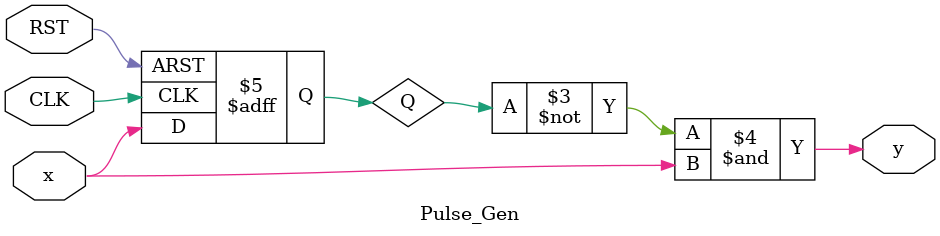
<source format=v>
module Pulse_Gen (
    input  wire CLK,
    input  wire RST,
    input  wire x,
    output wire y
);
    reg Q;

    always @(posedge CLK or negedge RST) begin
        if (~RST) begin
            Q <= 1'b0;
        end
        else begin
            Q <= x;
        end
    end

    assign y = ~Q & x;
endmodule

</source>
